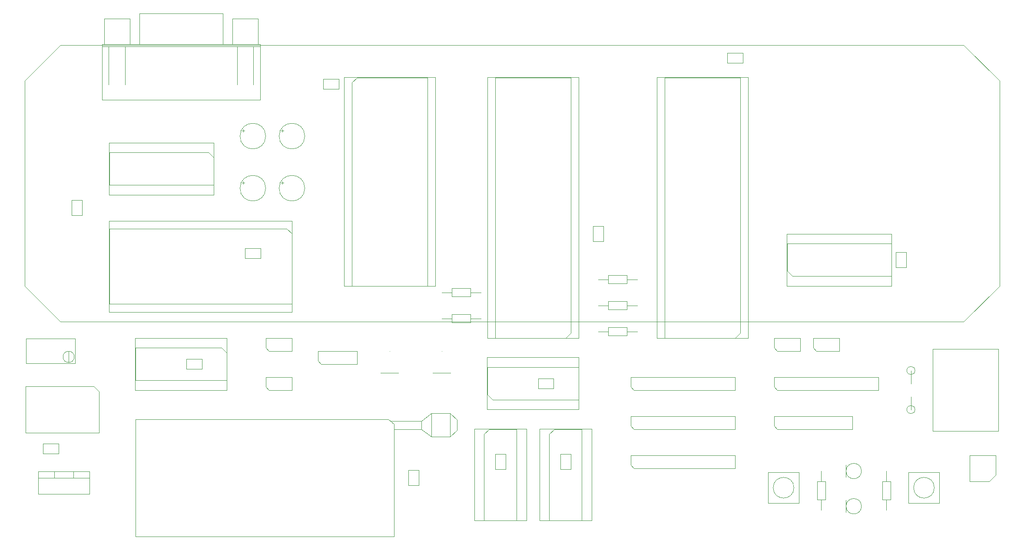
<source format=gbr>
%TF.GenerationSoftware,Novarm,DipTrace,4.3.0.4*%
%TF.CreationDate,2023-04-03T14:28:52+01:00*%
%FSLAX26Y26*%
%MOIN*%
%TF.FileFunction,Drawing,Top*%
%TF.Part,Single*%
%ADD15C,0.003937*%
G75*
G01*
%LPD*%
X1977810Y3167815D2*
D15*
X1997495D1*
X1987652Y3177657D2*
Y3157972D1*
X1963386Y3125000D2*
G02X1963386Y3125000I98425J0D01*
G01*
X1563386Y1575000D2*
X858661D1*
Y1175000D1*
X1521654Y1500000D2*
X1561024Y1460630D1*
X861024Y1500000D2*
X1521654D1*
X1561024Y1460630D2*
Y1250000D1*
X861024D1*
Y1500000D1*
X1563386Y1175000D2*
Y1575000D1*
X858661Y1175000D2*
X1563386D1*
X2461024Y3577362D2*
Y1972638D1*
X3161024D1*
X2521063Y3535630D2*
X2560433Y3575000D1*
X2521063Y1975000D2*
Y3535630D1*
X2560433Y3575000D2*
X3100984D1*
Y1975000D1*
X2521063D1*
X3161024Y3577362D2*
X2461024D1*
X3161024Y1972638D2*
Y3577362D1*
X5561024Y1572638D2*
Y3577362D1*
X4861024D1*
X5500984Y1614370D2*
X5461614Y1575000D1*
X5500984Y3575000D2*
Y1614370D1*
X5461614Y1575000D2*
X4921063D1*
Y3575000D1*
X5500984D1*
X4861024Y1572638D2*
X5561024D1*
X4861024Y3577362D2*
Y1572638D1*
X4686024Y1175000D2*
X4661024Y1200000D1*
X5461024Y1175000D2*
X4686024D1*
X4661024Y1200000D2*
Y1275000D1*
X5461024D1*
Y1175000D1*
X6792913Y306890D2*
Y425000D1*
X7029134Y306890D2*
X6792913D1*
Y425000D2*
Y543110D1*
X7029134D1*
Y306890D1*
X6831671Y425000D2*
G02X6831671Y425000I79353J0D01*
G01*
X3700394Y684055D2*
X3621654D1*
Y565945D1*
X3700394D2*
Y684055D1*
X3621654Y565945D2*
X3700394D1*
X7461024Y525000D2*
X7411024Y475000D1*
X7461024Y675000D2*
Y525000D1*
X7411024Y475000D2*
X7261024D1*
Y675000D1*
X7461024D1*
X3141339Y1306102D2*
X3279134D1*
X3211024Y1472638D2*
G02X3211024Y1472638I0J0D01*
G01*
X3280064Y1305959D2*
G02X3280064Y1305959I0J0D01*
G01*
X6696063Y2115551D2*
X6774803D1*
Y2233661D1*
X6696063D2*
Y2115551D1*
X6774803Y2233661D2*
X6696063D1*
X5786024Y875000D2*
X5761024Y900000D1*
X6361024Y875000D2*
X5786024D1*
X5761024Y900000D2*
Y975000D1*
X6361024D1*
Y875000D1*
X4686024Y575000D2*
X4661024Y600000D1*
X5461024Y575000D2*
X4686024D1*
X4661024Y600000D2*
Y675000D1*
X5461024D1*
Y575000D1*
X3961024Y877362D2*
Y172638D1*
X4361024D1*
X4036024Y835630D2*
X4075394Y875000D1*
X4036024Y175000D2*
Y835630D1*
X4075394Y875000D2*
X4286024D1*
Y175000D1*
X4036024D1*
X4361024Y877362D2*
X3961024D1*
X4361024Y172638D2*
Y877362D1*
X4261024Y1572638D2*
Y3577362D1*
X3561024D1*
X4200984Y1614370D2*
X4161614Y1575000D1*
X4200984Y3575000D2*
Y1614370D1*
X4161614Y1575000D2*
X3621063D1*
Y3575000D1*
X4200984D1*
X3561024Y1572638D2*
X4261024D1*
X3561024Y3577362D2*
Y1572638D1*
X3211024Y1925000D2*
X3290157D1*
Y1956496D2*
Y1893504D1*
X3431890D1*
Y1956496D2*
X3290157D1*
X3431890Y1893504D2*
Y1956496D1*
X3511024Y1925000D2*
X3431890D1*
X6086024Y1475000D2*
X6061024Y1500000D1*
X6261024Y1475000D2*
X6086024D1*
X6061024Y1500000D2*
Y1575000D1*
X6261024D1*
Y1475000D1*
X2420866Y3485630D2*
Y3564370D1*
X2302756D1*
Y3485630D2*
X2420866D1*
X2302756Y3564370D2*
Y3485630D1*
X6622441Y552953D2*
Y473819D1*
X6653937D2*
X6590945D1*
Y332087D1*
X6653937D2*
Y473819D1*
X6590945Y332087D2*
X6653937D1*
X6622441Y252953D2*
Y332087D1*
X6811024Y1025000D2*
Y1125000D1*
X6779528Y1025000D2*
G02X6779528Y1025000I31496J0D01*
G01*
X3275098Y996850D2*
X3133366D1*
X3275098D2*
X3330217Y945669D1*
X3133366Y996850D2*
X3054626Y937795D1*
X3133366Y996850D2*
Y815748D1*
X2800295Y950787D2*
X2845965Y912205D1*
X861713Y950787D2*
X2800295D1*
X3330217Y945669D2*
Y866929D1*
X3054626Y937795D2*
Y874803D1*
X2814075Y937795D2*
X3054626D1*
X2845965Y912205D2*
Y49213D1*
X3054626Y874803D2*
X2845965D1*
X3330217Y866929D2*
X3275098Y815748D1*
Y996850D1*
X3133366Y815748D2*
X3054626Y874803D1*
X3133366Y815748D2*
X3275098D1*
X2845965Y49213D2*
X861713D1*
Y950787D1*
X450394Y2634843D2*
X371654D1*
Y2516732D1*
X450394D2*
Y2634843D1*
X371654Y2516732D2*
X450394D1*
X1818701Y3401955D2*
Y3814554D1*
Y3830302D1*
Y3814554D2*
X604134D1*
X1818701Y3830302D2*
X604134D1*
X1801969D2*
Y4027152D1*
X1605118D1*
X1766535Y3814554D2*
Y3520066D1*
X1640551Y3814554D2*
Y3520066D1*
X1605118Y3830302D2*
X1801969D1*
X1605118Y4027152D2*
Y3830302D1*
X1532283D2*
Y4066522D1*
X890551D1*
Y3830302D2*
X1532283D1*
X890551Y4066522D2*
Y3830302D1*
X817717D2*
Y4027152D1*
X620866D1*
X782283Y3814554D2*
Y3520066D1*
X656299Y3814554D2*
Y3520066D1*
X620866Y3830302D2*
X817717D1*
X620866Y4027152D2*
Y3830302D1*
X604134Y3401955D2*
X1818701D1*
X604134Y3814554D2*
X1818701D1*
X604134D2*
Y3401955D1*
Y3830302D2*
Y3814554D1*
X1640551Y3520066D2*
G02X1640551Y3520066I0J0D01*
G01*
X656299D2*
G02X656299Y3520066I0J0D01*
G01*
X3558661Y1025394D2*
X4263386D1*
Y1425394D1*
X3600394Y1100394D2*
X3561024Y1139764D1*
X4261024Y1100394D2*
X3600394D1*
X3561024Y1139764D2*
Y1350394D1*
X4261024D1*
Y1100394D1*
X3558661Y1425394D2*
Y1025394D1*
X4263386Y1425394D2*
X3558661D1*
X6979528Y858858D2*
Y1488780D1*
X7483465Y858858D2*
X6979528D1*
Y1488780D2*
X7483465D1*
Y858858D1*
X1977810Y2767815D2*
X1997495D1*
X1987652Y2777657D2*
Y2757972D1*
X1963386Y2725000D2*
G02X1963386Y2725000I98425J0D01*
G01*
X2286024Y1375000D2*
X2261024Y1400000D1*
X2561024Y1375000D2*
X2286024D1*
X2261024Y1400000D2*
Y1475000D1*
X2561024D1*
Y1375000D1*
X6811024Y1325000D2*
Y1225000D1*
X6779528Y1325000D2*
G02X6779528Y1325000I31496J0D01*
G01*
X5715748Y306890D2*
Y425000D1*
X5951969Y306890D2*
X5715748D1*
Y425000D2*
Y543110D1*
X5951969D1*
Y306890D1*
X5754505Y425000D2*
G02X5754505Y425000I79353J0D01*
G01*
X4200394Y684055D2*
X4121654D1*
Y565945D1*
X4200394D2*
Y684055D1*
X4121654Y565945D2*
X4200394D1*
X1702756Y2264370D2*
Y2185630D1*
X1820866D1*
Y2264370D2*
X1702756D1*
X1820866Y2185630D2*
Y2264370D1*
X4686024Y875000D2*
X4661024Y900000D1*
X5461024Y875000D2*
X4686024D1*
X4661024Y900000D2*
Y975000D1*
X5461024D1*
Y875000D1*
X1252756Y1414370D2*
Y1335630D1*
X1370866D1*
Y1414370D2*
X1252756D1*
X1370866Y1335630D2*
Y1414370D1*
X3461024Y877362D2*
Y172638D1*
X3861024D1*
X3536024Y835630D2*
X3575394Y875000D1*
X3536024Y175000D2*
Y835630D1*
X3575394Y875000D2*
X3786024D1*
Y175000D1*
X3536024D1*
X3861024Y877362D2*
X3461024D1*
X3861024Y172638D2*
Y877362D1*
X543307Y1202165D2*
X582677Y1162795D1*
X19685Y1202165D2*
X543307D1*
X582677Y847835D2*
Y1162795D1*
Y847835D2*
X19685D1*
Y1202165D1*
X1677810Y2767815D2*
X1697495D1*
X1687652Y2777657D2*
Y2757972D1*
X1663386Y2725000D2*
G02X1663386Y2725000I98425J0D01*
G01*
X114173Y549016D2*
Y375787D1*
Y499016D2*
X507874D1*
X114173Y375787D2*
X507874D1*
X238189Y549016D2*
Y499016D1*
X383858Y549016D2*
Y499016D1*
X507874Y549016D2*
X114173D1*
X507874Y375787D2*
Y549016D1*
X1677810Y3167815D2*
X1697495D1*
X1687652Y3177657D2*
Y3157972D1*
X1663386Y3125000D2*
G02X1663386Y3125000I98425J0D01*
G01*
X1886024Y1475000D2*
X1861024Y1500000D1*
X2061024Y1475000D2*
X1886024D1*
X1861024Y1500000D2*
Y1575000D1*
X2061024D1*
Y1475000D1*
X5786024D2*
X5761024Y1500000D1*
X5961024Y1475000D2*
X5786024D1*
X5761024Y1500000D2*
Y1575000D1*
X5961024D1*
Y1475000D1*
X6122441Y252953D2*
Y332087D1*
X6090945D2*
X6153937D1*
Y473819D1*
X6090945D2*
Y332087D1*
X6153937Y473819D2*
X6090945D1*
X6122441Y552953D2*
Y473819D1*
X1886024Y1175000D2*
X1861024Y1200000D1*
X2061024Y1175000D2*
X1886024D1*
X1861024Y1200000D2*
Y1275000D1*
X2061024D1*
Y1175000D1*
X4711024Y1625000D2*
X4631890D1*
Y1593504D2*
Y1656496D1*
X4490157D1*
Y1593504D2*
X4631890D1*
X4490157Y1656496D2*
Y1593504D1*
X4411024Y1625000D2*
X4490157D1*
X4711024Y1825000D2*
X4631890D1*
Y1793504D2*
Y1856496D1*
X4490157D1*
Y1793504D2*
X4631890D1*
X4490157Y1856496D2*
Y1793504D1*
X4411024Y1825000D2*
X4490157D1*
X152756Y764370D2*
Y685630D1*
X270866D1*
Y764370D2*
X152756D1*
X270866Y685630D2*
Y764370D1*
X3035335Y559843D2*
X2956594D1*
Y441732D1*
X3035335D2*
Y559843D1*
X2956594Y441732D2*
X3035335D1*
X5858661Y1975000D2*
X6663386D1*
Y2375000D1*
X5900394Y2050000D2*
X5861024Y2089370D1*
X6661024Y2050000D2*
X5900394D1*
X5861024Y2089370D2*
Y2300000D1*
X6661024D1*
Y2050000D1*
X5858661Y2375000D2*
Y1975000D1*
X6663386Y2375000D2*
X5858661D1*
X11024Y3549409D2*
X286614Y3825000D1*
X11024Y1974606D2*
Y3549409D1*
X286614Y3825000D2*
X7215748D1*
X286614Y1699016D2*
X11024Y1974606D1*
X7215748Y3825000D2*
X7491339Y3549409D1*
X7215748Y1699016D2*
X286614D1*
X7491339Y3549409D2*
Y1974606D1*
X7215748Y1699016D1*
X6313386Y328591D2*
Y236764D1*
X6313364Y236793D1*
X6313386Y282677D2*
G02X6313386Y282677I59055J0D01*
G01*
Y598866D2*
Y507039D1*
X6313364Y507068D1*
X6313386Y552953D2*
G02X6313386Y552953I59055J0D01*
G01*
X23425Y1569882D2*
Y1379724D1*
X398622D1*
X348622Y1387008D2*
X348661Y1472402D1*
X348622Y1387008D2*
X348661Y1472402D1*
X398622Y1569882D2*
X23425D1*
X398622Y1379724D2*
Y1569882D1*
X305512Y1429724D2*
G02X305512Y1429724I43110J0D01*
G01*
X2063386Y2475000D2*
X658661D1*
Y1775000D1*
X2021654Y2414961D2*
X2061024Y2375591D1*
X661024Y2414961D2*
X2021654D1*
X2061024Y2375591D2*
Y1835039D1*
X661024D1*
Y2414961D1*
X2063386Y1775000D2*
Y2475000D1*
X658661Y1775000D2*
X2063386D1*
X2741339Y1306102D2*
X2879134D1*
X2811024Y1472638D2*
G02X2811024Y1472638I0J0D01*
G01*
X2880064Y1305959D2*
G02X2880064Y1305959I0J0D01*
G01*
X5520866Y3685630D2*
Y3764370D1*
X5402756D1*
Y3685630D2*
X5520866D1*
X5402756Y3764370D2*
Y3685630D1*
X4711024Y2025000D2*
X4631890D1*
Y1993504D2*
Y2056496D1*
X4490157D1*
Y1993504D2*
X4631890D1*
X4490157Y2056496D2*
Y1993504D1*
X4411024Y2025000D2*
X4490157D1*
X3211024Y1725000D2*
X3290157D1*
Y1756496D2*
Y1693504D1*
X3431890D1*
Y1756496D2*
X3290157D1*
X3431890Y1693504D2*
Y1756496D1*
X3511024Y1725000D2*
X3431890D1*
X1463386Y3075000D2*
X658661D1*
Y2675000D1*
X1421654Y3000000D2*
X1461024Y2960630D1*
X661024Y3000000D2*
X1421654D1*
X1461024Y2960630D2*
Y2750000D1*
X661024D1*
Y3000000D1*
X1463386Y2675000D2*
Y3075000D1*
X658661Y2675000D2*
X1463386D1*
X4371654Y2315157D2*
X4450394D1*
Y2433268D1*
X4371654D2*
Y2315157D1*
X4450394Y2433268D2*
X4371654D1*
X4069488Y1186024D2*
Y1264764D1*
X3951378D1*
Y1186024D2*
X4069488D1*
X3951378Y1264764D2*
Y1186024D1*
X5786024Y1175000D2*
X5761024Y1200000D1*
X6561024Y1175000D2*
X5786024D1*
X5761024Y1200000D2*
Y1275000D1*
X6561024D1*
Y1175000D1*
M02*

</source>
